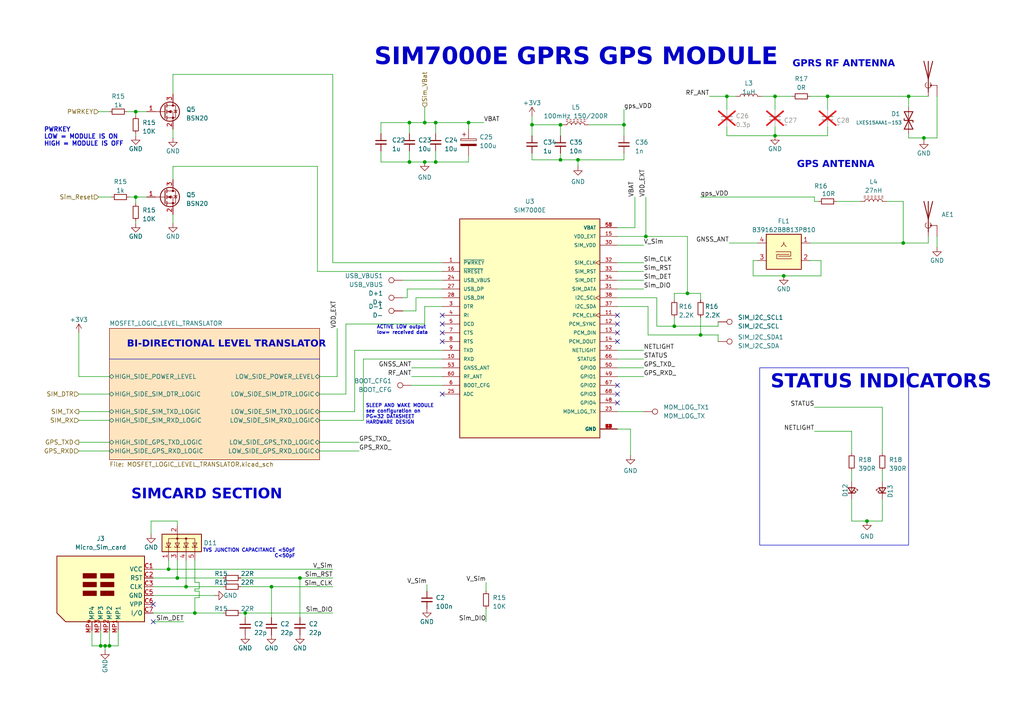
<source format=kicad_sch>
(kicad_sch (version 20230121) (generator eeschema)
  (paper "A4")
  (junction (at 29.21 187.325))
  (junction (at 118.745 46.99))
  (junction (at 203.2 97.155))
  (junction (at 240.03 27.94))
  (junction (at 86.995 167.64))
  (junction (at 71.12 177.8))
  (junction (at 210.82 27.94))
  (junction (at 51.435 167.64))
  (junction (at 224.79 27.94))
  (junction (at 48.895 165.1))
  (junction (at 162.56 36.195))
  (junction (at 267.97 40.005))
  (junction (at 123.19 35.56))
  (junction (at 135.89 35.56))
  (junction (at 251.46 151.13))
  (junction (at 162.56 46.355))
  (junction (at 123.19 46.99))
  (junction (at 187.325 68.58))
  (junction (at 126.365 46.99))
  (junction (at 126.365 35.56))
  (junction (at 30.48 187.325))
  (junction (at 53.975 170.18))
  (junction (at 118.745 35.56))
  (junction (at 167.64 46.355))
  (junction (at 227.33 80.01))
  (junction (at 224.79 39.37))
  (junction (at 199.39 85.09))
  (junction (at 263.525 27.94))
  (junction (at 154.305 36.195))
  (junction (at 39.37 57.15))
  (junction (at 39.37 32.385))
  (junction (at 31.75 187.325))
  (junction (at 78.74 170.18))
  (junction (at 195.58 94.615))
  (junction (at 56.515 177.8))
  (junction (at 180.975 36.195))
  (junction (at 261.9738 70.485))
  (no_connect (at 128.27 99.06))
  (no_connect (at 179.07 111.76))
  (no_connect (at 44.45 180.34))
  (no_connect (at 128.27 93.98))
  (no_connect (at 179.07 96.52))
  (no_connect (at 44.45 175.26))
  (no_connect (at 179.07 116.84))
  (no_connect (at 179.07 93.98))
  (no_connect (at 179.07 114.3))
  (no_connect (at 128.27 114.3))
  (no_connect (at 128.27 96.52))
  (no_connect (at 179.07 91.44))
  (no_connect (at 179.07 99.06))
  (no_connect (at 128.27 91.44))
  (wire (pts (xy 179.07 119.38) (xy 186.69 119.38)))
  (wire (pts (xy 179.07 106.68) (xy 186.69 106.68)))
  (wire (pts (xy 210.82 39.37) (xy 210.82 36.83)))
  (wire (pts (xy 22.86 114.3) (xy 31.75 114.3)))
  (wire (pts (xy 123.19 31.115) (xy 123.19 35.56)))
  (wire (pts (xy 51.435 167.64) (xy 64.77 167.64)))
  (wire (pts (xy 44.45 180.34) (xy 53.34 180.34)))
  (wire (pts (xy 167.64 46.355) (xy 180.975 46.355)))
  (wire (pts (xy 210.82 31.75) (xy 210.82 27.94)))
  (wire (pts (xy 92.71 128.27) (xy 104.14 128.27)))
  (wire (pts (xy 48.895 165.1) (xy 96.52 165.1)))
  (wire (pts (xy 39.37 64.77) (xy 39.37 64.135)))
  (wire (pts (xy 50.165 37.465) (xy 50.165 40.005)))
  (wire (pts (xy 195.58 92.075) (xy 195.58 94.615)))
  (wire (pts (xy 100.33 114.3) (xy 100.33 93.98)))
  (wire (pts (xy 123.19 46.99) (xy 126.365 46.99)))
  (wire (pts (xy 126.365 43.815) (xy 126.365 46.99)))
  (wire (pts (xy 92.075 78.74) (xy 92.075 48.26)))
  (wire (pts (xy 269.24 68.58) (xy 269.24 70.485)))
  (wire (pts (xy 51.435 151.13) (xy 51.435 152.4)))
  (wire (pts (xy 238.125 80.01) (xy 227.33 80.01)))
  (wire (pts (xy 102.87 101.6) (xy 102.87 119.38)))
  (wire (pts (xy 26.67 187.325) (xy 26.67 182.88)))
  (wire (pts (xy 154.305 36.195) (xy 154.305 39.37)))
  (wire (pts (xy 179.07 104.14) (xy 186.69 104.14)))
  (wire (pts (xy 187.325 68.58) (xy 199.39 68.58)))
  (wire (pts (xy 22.86 128.27) (xy 31.75 128.27)))
  (wire (pts (xy 203.2 92.075) (xy 203.2 97.155)))
  (wire (pts (xy 182.88 124.46) (xy 179.07 124.46)))
  (wire (pts (xy 50.165 62.23) (xy 50.165 64.77)))
  (wire (pts (xy 199.39 85.09) (xy 195.58 85.09)))
  (wire (pts (xy 97.79 109.22) (xy 92.71 109.22)))
  (wire (pts (xy 162.56 36.195) (xy 163.195 36.195)))
  (wire (pts (xy 44.45 167.64) (xy 51.435 167.64)))
  (wire (pts (xy 71.12 177.8) (xy 96.52 177.8)))
  (wire (pts (xy 203.2 57.15) (xy 236.22 57.15)))
  (wire (pts (xy 179.07 88.9) (xy 187.96 88.9)))
  (wire (pts (xy 57.785 171.45) (xy 57.785 173.355)))
  (wire (pts (xy 224.79 27.94) (xy 224.79 31.75)))
  (wire (pts (xy 179.07 78.74) (xy 186.69 78.74)))
  (wire (pts (xy 96.52 76.2) (xy 128.27 76.2)))
  (wire (pts (xy 56.515 170.815) (xy 57.785 170.815)))
  (wire (pts (xy 118.11 86.36) (xy 116.84 86.36)))
  (wire (pts (xy 271.78 68.58) (xy 271.78 71.755)))
  (wire (pts (xy 180.975 31.75) (xy 180.975 36.195)))
  (wire (pts (xy 50.165 48.26) (xy 50.165 52.07)))
  (wire (pts (xy 263.525 40.005) (xy 267.97 40.005)))
  (wire (pts (xy 34.29 182.88) (xy 34.29 187.325)))
  (wire (pts (xy 116.84 90.17) (xy 120.65 90.17)))
  (wire (pts (xy 179.07 81.28) (xy 186.69 81.28)))
  (wire (pts (xy 39.37 32.385) (xy 42.545 32.385)))
  (wire (pts (xy 48.895 165.1) (xy 48.895 162.56)))
  (wire (pts (xy 39.37 33.655) (xy 39.37 32.385)))
  (wire (pts (xy 234.95 75.565) (xy 238.125 75.565)))
  (wire (pts (xy 43.815 151.13) (xy 43.815 154.94)))
  (wire (pts (xy 57.785 168.91) (xy 57.785 170.815)))
  (wire (pts (xy 50.165 27.305) (xy 50.165 21.59)))
  (wire (pts (xy 44.45 165.1) (xy 48.895 165.1)))
  (wire (pts (xy 22.86 96.52) (xy 22.86 109.22)))
  (wire (pts (xy 29.21 187.325) (xy 30.48 187.325)))
  (wire (pts (xy 182.88 132.08) (xy 182.88 124.46)))
  (wire (pts (xy 236.22 118.11) (xy 255.905 118.11)))
  (wire (pts (xy 110.49 43.815) (xy 110.49 46.99)))
  (wire (pts (xy 56.515 171.45) (xy 57.785 171.45)))
  (wire (pts (xy 43.815 151.13) (xy 51.435 151.13)))
  (wire (pts (xy 140.97 176.53) (xy 140.97 180.34)))
  (wire (pts (xy 56.515 162.56) (xy 56.515 168.91)))
  (wire (pts (xy 234.95 27.94) (xy 240.03 27.94)))
  (wire (pts (xy 118.745 35.56) (xy 110.49 35.56)))
  (wire (pts (xy 123.19 93.98) (xy 123.19 88.9)))
  (wire (pts (xy 247.015 144.78) (xy 247.015 151.13)))
  (wire (pts (xy 208.28 93.345) (xy 208.28 94.615)))
  (wire (pts (xy 118.745 43.815) (xy 118.745 46.99)))
  (wire (pts (xy 227.33 80.01) (xy 218.44 80.01)))
  (wire (pts (xy 154.305 46.355) (xy 162.56 46.355)))
  (wire (pts (xy 263.525 27.94) (xy 269.24 27.94)))
  (wire (pts (xy 229.87 27.94) (xy 224.79 27.94)))
  (wire (pts (xy 36.83 32.385) (xy 39.37 32.385)))
  (wire (pts (xy 28.575 57.15) (xy 32.385 57.15)))
  (wire (pts (xy 119.38 106.68) (xy 128.27 106.68)))
  (wire (pts (xy 240.03 39.37) (xy 224.79 39.37)))
  (wire (pts (xy 251.46 151.13) (xy 255.905 151.13)))
  (wire (pts (xy 126.365 46.99) (xy 135.89 46.99)))
  (wire (pts (xy 110.49 46.99) (xy 118.745 46.99)))
  (wire (pts (xy 97.79 95.25) (xy 97.79 109.22)))
  (wire (pts (xy 135.89 35.56) (xy 140.335 35.56)))
  (wire (pts (xy 34.29 187.325) (xy 31.75 187.325)))
  (wire (pts (xy 203.2 85.09) (xy 199.39 85.09)))
  (wire (pts (xy 44.45 170.18) (xy 53.975 170.18)))
  (wire (pts (xy 190.5 86.36) (xy 190.5 94.615)))
  (wire (pts (xy 240.03 27.94) (xy 240.03 31.75)))
  (wire (pts (xy 237.49 58.42) (xy 236.22 58.42)))
  (wire (pts (xy 179.07 71.12) (xy 186.69 71.12)))
  (wire (pts (xy 22.86 109.22) (xy 31.75 109.22)))
  (wire (pts (xy 100.33 93.98) (xy 123.19 93.98)))
  (wire (pts (xy 218.44 80.01) (xy 218.44 75.565)))
  (wire (pts (xy 22.86 121.92) (xy 31.75 121.92)))
  (wire (pts (xy 92.71 130.81) (xy 104.14 130.81)))
  (wire (pts (xy 44.45 172.72) (xy 62.23 172.72)))
  (wire (pts (xy 78.74 170.18) (xy 96.52 170.18)))
  (wire (pts (xy 263.525 38.735) (xy 263.525 40.005)))
  (wire (pts (xy 261.9738 58.42) (xy 257.175 58.42)))
  (wire (pts (xy 179.07 109.22) (xy 186.69 109.22)))
  (wire (pts (xy 255.905 118.11) (xy 255.905 131.445)))
  (wire (pts (xy 187.96 97.155) (xy 203.2 97.155)))
  (wire (pts (xy 170.815 36.195) (xy 180.975 36.195)))
  (wire (pts (xy 184.15 57.15) (xy 184.15 66.04)))
  (wire (pts (xy 195.58 94.615) (xy 208.28 94.615)))
  (wire (pts (xy 128.27 101.6) (xy 102.87 101.6)))
  (wire (pts (xy 180.975 36.195) (xy 180.975 39.37)))
  (wire (pts (xy 135.89 46.99) (xy 135.89 45.085)))
  (wire (pts (xy 224.79 36.83) (xy 224.79 39.37)))
  (wire (pts (xy 218.44 75.565) (xy 219.71 75.565)))
  (wire (pts (xy 203.2 86.995) (xy 203.2 85.09)))
  (wire (pts (xy 247.015 151.13) (xy 251.46 151.13)))
  (wire (pts (xy 123.19 35.56) (xy 126.365 35.56)))
  (wire (pts (xy 69.85 167.64) (xy 86.995 167.64)))
  (wire (pts (xy 261.9738 70.485) (xy 269.24 70.485)))
  (wire (pts (xy 29.21 182.88) (xy 29.21 187.325)))
  (wire (pts (xy 208.28 99.06) (xy 208.28 97.155)))
  (wire (pts (xy 120.65 90.17) (xy 120.65 86.36)))
  (wire (pts (xy 86.995 179.07) (xy 86.995 167.64)))
  (wire (pts (xy 118.745 35.56) (xy 118.745 38.735)))
  (wire (pts (xy 247.015 136.525) (xy 247.015 139.7)))
  (wire (pts (xy 37.465 57.15) (xy 39.37 57.15)))
  (wire (pts (xy 126.365 35.56) (xy 126.365 38.735)))
  (wire (pts (xy 162.56 36.195) (xy 162.56 39.37)))
  (wire (pts (xy 195.58 85.09) (xy 195.58 86.995)))
  (wire (pts (xy 118.11 83.82) (xy 118.11 86.36)))
  (wire (pts (xy 179.07 76.2) (xy 186.69 76.2)))
  (wire (pts (xy 224.79 39.37) (xy 210.82 39.37)))
  (wire (pts (xy 118.745 46.99) (xy 123.19 46.99)))
  (wire (pts (xy 211.455 70.485) (xy 219.71 70.485)))
  (wire (pts (xy 102.87 119.38) (xy 92.71 119.38)))
  (wire (pts (xy 56.515 170.815) (xy 56.515 171.45)))
  (wire (pts (xy 240.03 27.94) (xy 263.525 27.94)))
  (wire (pts (xy 96.52 21.59) (xy 96.52 76.2)))
  (wire (pts (xy 187.96 88.9) (xy 187.96 97.155)))
  (wire (pts (xy 271.78 27.94) (xy 271.78 40.005)))
  (wire (pts (xy 203.2 97.155) (xy 208.28 97.155)))
  (wire (pts (xy 234.95 70.485) (xy 261.9738 70.485)))
  (wire (pts (xy 162.56 44.45) (xy 162.56 46.355)))
  (wire (pts (xy 116.84 81.28) (xy 128.27 81.28)))
  (wire (pts (xy 162.56 46.355) (xy 167.64 46.355)))
  (wire (pts (xy 78.74 179.07) (xy 78.74 170.18)))
  (wire (pts (xy 199.39 68.58) (xy 199.39 85.09)))
  (wire (pts (xy 135.89 35.56) (xy 126.365 35.56)))
  (wire (pts (xy 69.85 170.18) (xy 78.74 170.18)))
  (wire (pts (xy 56.515 177.8) (xy 64.77 177.8)))
  (wire (pts (xy 22.86 130.81) (xy 31.75 130.81)))
  (wire (pts (xy 119.38 111.76) (xy 128.27 111.76)))
  (wire (pts (xy 118.11 83.82) (xy 128.27 83.82)))
  (polyline (pts (xy 31.75 104.14) (xy 92.71 104.14)))
  (wire (pts (xy 247.015 125.095) (xy 247.015 131.445)))
  (wire (pts (xy 179.07 101.6) (xy 186.69 101.6)))
  (wire (pts (xy 128.27 78.74) (xy 92.075 78.74)))
  (wire (pts (xy 267.97 40.005) (xy 271.78 40.005)))
  (wire (pts (xy 44.45 177.8) (xy 56.515 177.8)))
  (wire (pts (xy 236.22 125.095) (xy 247.015 125.095)))
  (wire (pts (xy 240.03 36.83) (xy 240.03 39.37)))
  (wire (pts (xy 123.19 88.9) (xy 128.27 88.9)))
  (wire (pts (xy 56.515 168.91) (xy 57.785 168.91)))
  (wire (pts (xy 39.37 57.15) (xy 42.545 57.15)))
  (wire (pts (xy 154.305 44.45) (xy 154.305 46.355)))
  (wire (pts (xy 71.12 177.8) (xy 71.12 179.07)))
  (wire (pts (xy 31.75 182.88) (xy 31.75 187.325)))
  (wire (pts (xy 50.165 21.59) (xy 96.52 21.59)))
  (wire (pts (xy 140.97 168.91) (xy 140.97 171.45)))
  (wire (pts (xy 154.305 33.655) (xy 154.305 36.195)))
  (wire (pts (xy 179.07 66.04) (xy 184.15 66.04)))
  (wire (pts (xy 236.22 57.15) (xy 236.22 58.42)))
  (wire (pts (xy 224.79 27.94) (xy 220.98 27.94)))
  (wire (pts (xy 57.785 173.355) (xy 56.515 173.355)))
  (wire (pts (xy 261.9738 58.42) (xy 261.9738 70.485)))
  (wire (pts (xy 190.5 94.615) (xy 195.58 94.615)))
  (wire (pts (xy 167.64 46.355) (xy 167.64 48.26)))
  (wire (pts (xy 105.41 121.92) (xy 105.41 104.14)))
  (wire (pts (xy 39.37 39.37) (xy 39.37 38.735)))
  (wire (pts (xy 86.995 167.64) (xy 96.52 167.64)))
  (wire (pts (xy 119.38 109.22) (xy 128.27 109.22)))
  (wire (pts (xy 213.36 27.94) (xy 210.82 27.94)))
  (wire (pts (xy 179.07 86.36) (xy 190.5 86.36)))
  (wire (pts (xy 22.86 119.38) (xy 31.75 119.38)))
  (wire (pts (xy 179.07 68.58) (xy 187.325 68.58)))
  (wire (pts (xy 267.97 40.005) (xy 267.97 40.64)))
  (wire (pts (xy 56.515 173.355) (xy 56.515 177.8)))
  (wire (pts (xy 105.41 104.14) (xy 128.27 104.14)))
  (wire (pts (xy 154.305 36.195) (xy 162.56 36.195)))
  (wire (pts (xy 238.125 75.565) (xy 238.125 80.01)))
  (wire (pts (xy 120.65 86.36) (xy 128.27 86.36)))
  (wire (pts (xy 255.905 136.525) (xy 255.905 139.7)))
  (wire (pts (xy 28.575 32.385) (xy 31.75 32.385)))
  (wire (pts (xy 187.325 57.15) (xy 187.325 68.58)))
  (wire (pts (xy 69.85 177.8) (xy 71.12 177.8)))
  (wire (pts (xy 263.525 31.115) (xy 263.525 27.94)))
  (wire (pts (xy 92.075 48.26) (xy 50.165 48.26)))
  (wire (pts (xy 39.37 59.055) (xy 39.37 57.15)))
  (wire (pts (xy 205.74 27.94) (xy 210.82 27.94)))
  (wire (pts (xy 123.825 169.545) (xy 123.825 171.45)))
  (wire (pts (xy 179.07 83.82) (xy 186.69 83.82)))
  (wire (pts (xy 123.19 35.56) (xy 118.745 35.56)))
  (wire (pts (xy 30.48 187.325) (xy 31.75 187.325)))
  (wire (pts (xy 53.975 170.18) (xy 64.77 170.18)))
  (wire (pts (xy 92.71 114.3) (xy 100.33 114.3)))
  (wire (pts (xy 242.57 58.42) (xy 249.555 58.42)))
  (wire (pts (xy 135.89 37.465) (xy 135.89 35.56)))
  (wire (pts (xy 180.975 44.45) (xy 180.975 46.355)))
  (wire (pts (xy 30.48 188.595) (xy 30.48 187.325)))
  (wire (pts (xy 51.435 167.64) (xy 51.435 162.56)))
  (wire (pts (xy 29.21 187.325) (xy 26.67 187.325)))
  (wire (pts (xy 110.49 35.56) (xy 110.49 38.735)))
  (wire (pts (xy 53.975 162.56) (xy 53.975 170.18)))
  (wire (pts (xy 255.905 144.78) (xy 255.905 151.13)))
  (wire (pts (xy 92.71 121.92) (xy 105.41 121.92)))
  (rectangle (start 220.345 106.68) (end 263.525 158.115))
  (text "GPS ANTENNA" (at 231.14 49.53 0) (effects (font (size 2 2) (thickness 0.4) bold) (justify left bottom)))
  (text "SLEEP AND WAKE MODULE\nsee configuration on\nPG=32 DATASHEET\nHARDWARE DESIGN" (at 106.045 123.19 0) (effects (font (size 1 1) bold) (justify left bottom)))
  (text "STATUS INDICATORS" (at 223.52 114.3 0) (effects (font (size 4 4) (thickness 0.4) bold) (justify left bottom)))
  (text "TVS JUNCTION CAPACITANCE <50pF\nC<50pF" (at 85.725 161.925 0) (effects (font (size 1 1) bold) (justify right bottom)))
  (text "ACTIVE LOW output\nlow= received data" (at 109.22 97.155 0) (effects (font (size 1 1) bold) (justify left bottom)))
  (text "SIMCARD SECTION" (at 38.1 146.05 0) (effects (font (size 3 3) (thickness 0.6) bold) (justify left bottom)))
  (text "PWRKEY\nLOW = MODULE IS ON\nHIGH = MODULE IS OFF" (at 12.7 42.545 0) (effects (font (size 1.27 1.27) bold) (justify left bottom)))
  (text "BI-DIRECTIONAL LEVEL TRANSLATOR \n" (at 36.83 101.6 0) (effects (font (size 2 2) bold) (justify left bottom)))
  (text "GPRS RF ANTENNA" (at 229.87 20.32 0) (effects (font (size 2 2) (thickness 0.4) bold) (justify left bottom)))
  (text "SIM7000E GPRS GPS MODULE" (at 108.585 20.955 0) (effects (font (size 5 5) bold) (justify left bottom)))
  (label "Sim_DET" (at 186.69 81.28 0))
  (label "V_Sim" (at 186.69 71.12 0))
  (label "STATUS" (at 236.22 118.11 180))
  (label "Sim_CLK" (at 96.52 170.18 180))
  (label "Sim_RST" (at 186.69 78.74 0))
  (label "GPS_TXD_" (at 104.14 128.27 0) (effects (font (size 1.2446 1.2446))))
  (label "NETLIGHT" (at 186.69 101.6 0))
  (label "STATUS" (at 186.69 104.14 0))
  (label "GNSS_ANT" (at 119.38 106.68 180))
  (label "RF_ANT" (at 205.74 27.94 180))
  (label "GPS_RXD_" (at 104.14 130.81 0) (effects (font (size 1.2446 1.2446))))
  (label "VDD_EXT" (at 97.79 95.25 90))
  (label "V_Sim" (at 140.97 168.91 180))
  (label "GPS_RXD_" (at 186.69 109.22 0) (effects (font (size 1.2446 1.2446))))
  (label "Sim_DIO" (at 96.52 177.8 180))
  (label "Sim_DIO" (at 186.69 83.82 0))
  (label "VBAT" (at 184.15 57.15 90))
  (label "GPS_TXD_" (at 186.69 106.68 0) (effects (font (size 1.2446 1.2446))))
  (label "Sim_CLK" (at 186.69 76.2 0))
  (label "Sim_DIO" (at 140.97 180.34 180))
  (label "VBAT" (at 140.335 35.56 0))
  (label "VDD_EXT" (at 187.325 57.15 90))
  (label "gps_VDD" (at 203.2 57.15 0))
  (label "RF_ANT" (at 119.38 109.22 180))
  (label "Sim_DET" (at 53.34 180.34 180))
  (label "gps_VDD" (at 180.975 31.75 0))
  (label "NETLIGHT" (at 236.22 125.095 180))
  (label "V_Sim" (at 96.52 165.1 180))
  (label "V_Sim" (at 123.825 169.545 180))
  (label "Sim_RST" (at 96.52 167.64 180))
  (label "GNSS_ANT" (at 211.455 70.485 180))
  (hierarchical_label "SIM_DTR" (shape input) (at 22.86 114.3 180))
  (hierarchical_label "SIM_RX" (shape input) (at 22.86 121.92 180))
  (hierarchical_label "GPS_RXD" (shape input) (at 22.86 130.81 180))
  (hierarchical_label "SIM_TX" (shape output) (at 22.86 119.38 180))
  (hierarchical_label "Sim_VBat" (shape input) (at 123.19 31.115 90))
  (hierarchical_label "GPS_TXD" (shape output) (at 22.86 128.27 180))
  (hierarchical_label "Sim_Reset" (shape input) (at 28.575 57.15 180))
  (hierarchical_label "PWRKEY" (shape input) (at 28.575 32.385 180))
  (symbol (lib_id "Device:L_Ferrite") (at 253.365 58.42 90) (unit 1)
    (property "Reference" "L4" (at 253.365 52.705 90))
    (property "Value" "27nH" (at 253.365 55.245 90))
    (property "Footprint" "Inductor_SMD:L_0402_1005Metric" (effects hide))
    (instances (project "GSM_module_v3" (path "" (reference "L4") (unit 1))) (project "BIM_PCB" (path "" (reference "L4") (unit 1))) (project "ELIESTER_V2" (path "" (reference "L14") (unit 1))))
  )
  (symbol (lib_id "Device:C_Polarized") (at 135.89 41.275 0) (unit 1)
    (property "Reference" "C25" (at 139.065 39.751 0) (effects (justify left)))
    (property "Value" "100u" (at 139.065 42.291 0) (effects (justify left)))
    (property "Footprint" "Capacitor_Tantalum_SMD:CP_EIA-3216-18_Kemet-A" (effects hide))
    (property "MPN" "TLJA107M006R0800" (effects hide))
    (instances (project "GSM_module_v3" (path "" (reference "C25") (unit 1))) (project "BIM_PCB" (path "" (reference "C20") (unit 1))) (project "ELIESTER_V2" (path "" (reference "C84") (unit 1))))
  )
  (symbol (lib_id "Device:C_Small") (at 180.975 41.91 0) (unit 1)
    (property "Reference" "C36" (at 184.15 41.2813 0) (effects (justify left)))
    (property "Value" "1n" (at 184.15 43.8213 0) (effects (justify left)))
    (property "Footprint" "Capacitor_SMD:C_0402_1005Metric" (effects hide))
    (instances (project "GSM_module_v3" (path "" (reference "C36") (unit 1))) (project "proxy_obdII_logger_hardware" (path "" (reference "C23") (unit 1))) (project "Weather_Station_Project" (path "" (reference "C23") (unit 1))) (project "BIM_PCB" (path "" (reference "C23") (unit 1))) (project "ELIESTER_V2" (path "" (reference "C?") (unit 1)) (path "" (reference "C92") (unit 1))))
  )
  (symbol (lib_id "power:GND") (at 39.37 64.77 0) (unit 1)
    (property "Reference" "#PWR031" (effects hide))
    (property "Value" "GND" (at 39.37 68.58 0))
    (instances (project "SIM7000G_GPS_GPRS_MODULE" (path "" (reference "#PWR031") (unit 1))) (project "GSM_module_v3" (path "" (reference "#PWR026") (unit 1))) (project "proxy_obdII_logger_hardware" (path "" (reference "#PWR031") (unit 1))) (project "Weather_Station_Project" (path "" (reference "#PWR04") (unit 1))) (project "BIM_PCB" (path "" (reference "#PWR028") (unit 1))) (project "SIM_Module_Interface" (path "" (reference "#PWR031") (unit 1))) (project "ELIESTER_V2" (path "" (reference "#PWR0151") (unit 1))))
  )
  (symbol (lib_id "Device:LED_Small") (at 247.015 142.24 270) (mirror x) (unit 1)
    (property "Reference" "D12" (at 245.11 142.24 0))
    (property "Value" "ORANGE" (effects hide))
    (property "Footprint" "LED_SMD:LED_0603_1608Metric" (effects hide))
    (instances (project "SIM7000G_GPS_GPRS_MODULE" (path "" (reference "D12") (unit 1))) (project "GSM_module_v3" (path "" (reference "D7") (unit 1))) (project "proxy_obdII_logger_hardware" (path "" (reference "D12") (unit 1))) (project "Weather_Station_Project" (path "" (reference "D3") (unit 1))) (project "BIM_PCB" (path "" (reference "D4") (unit 1))) (project "SIM_Module_Interface" (path "" (reference "D12") (unit 1))) (project "ELIESTER_V2" (path "" (reference "D20") (unit 1))))
  )
  (symbol (lib_id "Connector:TestPoint") (at 208.28 99.06 270) (unit 1)
    (property "Reference" "SIM_I2C_SDA1" (at 213.995 97.79 90) (effects (justify left)))
    (property "Value" "SIM_I2C_SDA" (at 213.995 100.33 90) (effects (justify left)))
    (property "Footprint" "TestPoint:TestPoint_Pad_D1.0mm" (effects hide))
  )
  (symbol (lib_id "Device:C_Small") (at 154.305 41.91 0) (unit 1)
    (property "Reference" "C34" (at 157.48 41.2813 0) (effects (justify left)))
    (property "Value" "1u" (at 157.48 43.8213 0) (effects (justify left)))
    (property "Footprint" "Capacitor_SMD:C_0402_1005Metric" (effects hide))
    (instances (project "GSM_module_v3" (path "" (reference "C34") (unit 1))) (project "proxy_obdII_logger_hardware" (path "" (reference "C23") (unit 1))) (project "Weather_Station_Project" (path "" (reference "C23") (unit 1))) (project "BIM_PCB" (path "" (reference "C21") (unit 1))) (project "ELIESTER_V2" (path "" (reference "C?") (unit 1)) (path "" (reference "C90") (unit 1))))
  )
  (symbol (lib_id "Connector:TestPoint") (at 119.38 111.76 90) (mirror x) (unit 1)
    (property "Reference" "BOOT_CFG1" (at 113.665 110.49 90) (effects (justify left)))
    (property "Value" "BOOT_CFG" (at 113.665 113.03 90) (effects (justify left)))
    (property "Footprint" "TestPoint:TestPoint_Pad_D1.0mm" (effects hide))
  )
  (symbol (lib_id "power:GND") (at 62.23 172.72 90) (unit 1)
    (property "Reference" "#PWR033" (effects hide))
    (property "Value" "GND" (at 64.77 172.72 90) (effects (justify right)))
    (instances (project "SIM7000G_GPS_GPRS_MODULE" (path "" (reference "#PWR033") (unit 1))) (project "GSM_module_v3" (path "" (reference "#PWR030") (unit 1))) (project "proxy_obdII_logger_hardware" (path "" (reference "#PWR033") (unit 1))) (project "Weather_Station_Project" (path "" (reference "#PWR054") (unit 1))) (project "BIM_PCB" (path "" (reference "#PWR048") (unit 1))) (project "SIM_Module_Interface" (path "" (reference "#PWR033") (unit 1))) (project "ELIESTER_V2" (path "" (reference "#PWR0161") (unit 1))))
  )
  (symbol (lib_id "Device:R_Small") (at 240.03 58.42 270) (unit 1)
    (property "Reference" "R16" (at 240.03 53.975 90) (effects (justify right)))
    (property "Value" "10R" (at 242.2525 56.1975 90) (effects (justify right)))
    (property "Footprint" "Resistor_SMD:R_0402_1005Metric" (effects hide))
    (instances (project "SIM7000G_GPS_GPRS_MODULE" (path "" (reference "R16") (unit 1))) (project "GSM_module_v3" (path "" (reference "R20") (unit 1))) (project "proxy_obdII_logger_hardware" (path "" (reference "R16") (unit 1))) (project "Weather_Station_Project" (path "" (reference "R23") (unit 1))) (project "BIM_PCB" (path "" (reference "R21") (unit 1))) (project "SIM_Module_Interface" (path "" (reference "R16") (unit 1))) (project "ELIESTER_V2" (path "" (reference "R64") (unit 1))))
  )
  (symbol (lib_id "Device:R_Small") (at 195.58 89.535 180) (unit 1)
    (property "Reference" "R16" (at 196.85 88.9 0) (effects (justify right)))
    (property "Value" "2.2K" (at 196.85 91.44 0) (effects (justify right)))
    (property "Footprint" "Resistor_SMD:R_0603_1608Metric" (effects hide))
    (instances (project "SIM7000G_GPS_GPRS_MODULE" (path "" (reference "R16") (unit 1))) (project "GSM_module_v3" (path "" (reference "R17") (unit 1))) (project "proxy_obdII_logger_hardware" (path "" (reference "R16") (unit 1))) (project "Weather_Station_Project" (path "" (reference "R23") (unit 1))) (project "BIM_PCB" (path "" (reference "R23") (unit 1))) (project "SIM_Module_Interface" (path "" (reference "R16") (unit 1))) (project "ELIESTER_V2" (path "" (reference "R62") (unit 1))))
  )
  (symbol (lib_id "Device:C_Small") (at 123.825 173.99 0) (mirror y) (unit 1)
    (property "Reference" "C2" (at 126.365 173.3613 0) (effects (justify right)))
    (property "Value" "100n" (at 126.365 175.9013 0) (effects (justify right)))
    (property "Footprint" "Capacitor_SMD:C_0402_1005Metric" (effects hide))
    (instances (project "SIM7000G_GPS_GPRS_MODULE" (path "" (reference "C2") (unit 1))) (project "GSM_module_v3" (path "" (reference "C21") (unit 1))) (project "Weather_Station_Project" (path "" (reference "C2") (unit 1))) (project "BIM_PCB" (path "" (reference "C26") (unit 1))) (project "ELIESTER_V2" (path "" (reference "C86") (unit 1))))
  )
  (symbol (lib_id "Device:Antenna_Shield") (at 269.24 22.86 0) (unit 1)
    (property "Reference" "AE2" (effects hide))
    (property "Value" "Antenna_Shield" (effects hide))
    (property "Footprint" "Lib:CONN_2337019-1" (effects hide))
    (instances (project "SIM7000G_GPS_GPRS_MODULE" (path "" (reference "AE2") (unit 1))) (project "GSM_module_v3" (path "" (reference "AE1") (unit 1))) (project "proxy_obdII_logger_hardware" (path "" (reference "AE2") (unit 1))) (project "Weather_Station_Project" (path "" (reference "AE1") (unit 1))) (project "BIM_PCB" (path "" (reference "AE1") (unit 1))) (project "SIM_Module_Interface" (path "" (reference "AE2") (unit 1))) (project "ELIESTER_V2" (path "" (reference "AE1") (unit 1))))
  )
  (symbol (lib_id "Device:C_Small") (at 240.03 34.29 180) (unit 1) (dnp yes)
    (property "Reference" "C28" (at 242.57 34.9186 0) (effects (justify right)))
    (property "Value" "~" (at 242.57 36.1886 0) (effects (justify right)))
    (property "Footprint" "Capacitor_SMD:C_0402_1005Metric" (effects hide))
    (instances (project "GSM_module_v3" (path "" (reference "C28") (unit 1))) (project "proxy_obdII_logger_hardware" (path "" (reference "C23") (unit 1))) (project "Weather_Station_Project" (path "" (reference "C23") (unit 1))) (project "BIM_PCB" (path "" (reference "C16") (unit 1))) (project "ELIESTER_V2" (path "" (reference "C?") (unit 1)) (path "" (reference "C92") (unit 1))))
  )
  (symbol (lib_id "Power_Protection:SP0504BAHT") (at 51.435 157.48 0) (mirror x) (unit 1)
    (property "Reference" "D11" (at 59.055 157.48 0) (effects (justify left)))
    (property "Value" "SP0504BAHT" (effects hide))
    (property "Footprint" "Package_TO_SOT_SMD:SOT-23-5" (effects hide))
    (property "Datasheet" "http://www.littelfuse.com/~/media/files/littelfuse/technical%20resources/documents/data%20sheets/sp05xxba.pdf" (effects hide))
    (instances (project "SIM7000G_GPS_GPRS_MODULE" (path "" (reference "D11") (unit 1))) (project "GSM_module_v3" (path "" (reference "D6") (unit 1))) (project "proxy_obdII_logger_hardware" (path "" (reference "D11") (unit 1))) (project "Weather_Station_Project" (path "" (reference "D7") (unit 1))) (project "BIM_PCB" (path "" (reference "D6") (unit 1))) (project "SIM_Module_Interface" (path "" (reference "D11") (unit 1))) (project "ELIESTER_V2" (path "" (reference "D21") (unit 1))))
  )
  (symbol (lib_id "Device:R_Small") (at 34.29 32.385 90) (unit 1)
    (property "Reference" "R15" (at 34.29 27.94 90))
    (property "Value" "1k" (at 34.29 30.48 90))
    (property "Footprint" "Resistor_SMD:R_0402_1005Metric" (effects hide))
    (instances (project "SIM7000G_GPS_GPRS_MODULE" (path "" (reference "R15") (unit 1))) (project "GSM_module_v3" (path "" (reference "R9") (unit 1))) (project "proxy_obdII_logger_hardware" (path "" (reference "R15") (unit 1))) (project "Weather_Station_Project" (path "" (reference "R15") (unit 1))) (project "BIM_PCB" (path "" (reference "R20") (unit 1))) (project "SIM_Module_Interface" (path "" (reference "R15") (unit 1))) (project "ELIESTER_V2" (path "" (reference "R60") (unit 1))))
  )
  (symbol (lib_id "power:GND") (at 86.995 184.15 0) (unit 1)
    (property "Reference" "#PWR032" (effects hide))
    (property "Value" "GND" (at 86.995 187.96 0))
    (instances (project "SIM7000G_GPS_GPRS_MODULE" (path "" (reference "#PWR032") (unit 1))) (project "GSM_module_v3" (path "" (reference "#PWR033") (unit 1))) (project "proxy_obdII_logger_hardware" (path "" (reference "#PWR032") (unit 1))) (project "Weather_Station_Project" (path "" (reference "#PWR053") (unit 1))) (project "BIM_PCB" (path "" (reference "#PWR052") (unit 1))) (project "SIM_Module_Interface" (path "" (reference "#PWR032") (unit 1))) (project "ELIESTER_V2" (path "" (reference "#PWR0134") (unit 1))))
  )
  (symbol (lib_id "Connector:TestPoint") (at 186.69 119.38 270) (unit 1)
    (property "Reference" "MDM_LOG_TX1" (at 192.405 118.11 90) (effects (justify left)))
    (property "Value" "MDM_LOG_TX" (at 192.405 120.65 90) (effects (justify left)))
    (property "Footprint" "TestPoint:TestPoint_Pad_D1.0mm" (effects hide))
  )
  (symbol (lib_id "power:GND") (at 30.48 188.595 0) (unit 1)
    (property "Reference" "#PWR033" (effects hide))
    (property "Value" "GND" (at 30.48 191.135 90) (effects (justify right)))
    (instances (project "SIM7000G_GPS_GPRS_MODULE" (path "" (reference "#PWR033") (unit 1))) (project "GSM_module_v3" (path "" (reference "#PWR057") (unit 1))) (project "proxy_obdII_logger_hardware" (path "" (reference "#PWR033") (unit 1))) (project "Weather_Station_Project" (path "" (reference "#PWR054") (unit 1))) (project "BIM_PCB" (path "" (reference "#PWR048") (unit 1))) (project "SIM_Module_Interface" (path "" (reference "#PWR033") (unit 1))) (project "ELIESTER_V2" (path "" (reference "#PWR0161") (unit 1))))
  )
  (symbol (lib_id "Connector:TestPoint") (at 116.84 90.17 90) (mirror x) (unit 1)
    (property "Reference" "D-1" (at 111.125 88.9 90) (effects (justify left)))
    (property "Value" "D-" (at 111.125 91.44 90) (effects (justify left)))
    (property "Footprint" "TestPoint:TestPoint_Pad_D1.0mm" (effects hide))
  )
  (symbol (lib_id "Device:R_Small") (at 247.015 133.985 0) (mirror y) (unit 1)
    (property "Reference" "R18" (at 248.92 133.35 0) (effects (justify right)))
    (property "Value" "390R" (at 248.92 135.89 0) (effects (justify right)))
    (property "Footprint" "Resistor_SMD:R_0402_1005Metric" (effects hide))
    (instances (project "SIM7000G_GPS_GPRS_MODULE" (path "" (reference "R18") (unit 1))) (project "GSM_module_v3" (path "" (reference "R21") (unit 1))) (project "proxy_obdII_logger_hardware" (path "" (reference "R18") (unit 1))) (project "Weather_Station_Project" (path "" (reference "R31") (unit 1))) (project "BIM_PCB" (path "" (reference "R25") (unit 1))) (project "SIM_Module_Interface" (path "" (reference "R18") (unit 1))) (project "ELIESTER_V2" (path "" (reference "R65") (unit 1))))
  )
  (symbol (lib_id "Connector:TestPoint") (at 116.84 86.36 90) (mirror x) (unit 1)
    (property "Reference" "D+1" (at 111.125 85.09 90) (effects (justify left)))
    (property "Value" "D+" (at 111.125 87.63 90) (effects (justify left)))
    (property "Footprint" "TestPoint:TestPoint_Pad_D1.0mm" (effects hide))
  )
  (symbol (lib_id "power:GND") (at 123.19 46.99 0) (unit 1)
    (property "Reference" "#PWR035" (effects hide))
    (property "Value" "GND" (at 123.19 51.435 0))
    (instances (project "GSM_module_v3" (path "" (reference "#PWR035") (unit 1))) (project "BIM_PCB" (path "" (reference "#PWR032") (unit 1))) (project "ELIESTER_V2" (path "" (reference "#PWR0140") (unit 1))))
  )
  (symbol (lib_id "Connector:TestPoint") (at 116.84 81.28 90) (mirror x) (unit 1)
    (property "Reference" "USB_VBUS1" (at 111.125 80.01 90) (effects (justify left)))
    (property "Value" "USB_VBUS" (at 111.125 82.55 90) (effects (justify left)))
    (property "Footprint" "TestPoint:TestPoint_Pad_D1.0mm" (effects hide))
  )
  (symbol (lib_id "Device:Antenna_Shield") (at 269.24 63.5 0) (unit 1)
    (property "Reference" "AE1" (at 273.05 62.23 0) (effects (justify left)))
    (property "Value" "Antenna_Shield" (effects hide))
    (property "Footprint" "Lib:CONN_2337019-1" (effects hide))
    (instances (project "SIM7000G_GPS_GPRS_MODULE" (path "" (reference "AE1") (unit 1))) (project "GSM_module_v3" (path "" (reference "AE2") (unit 1))) (project "proxy_obdII_logger_hardware" (path "" (reference "AE1") (unit 1))) (project "Weather_Station_Project" (path "" (reference "AE2") (unit 1))) (project "BIM_PCB" (path "" (reference "AE2") (unit 1))) (project "SIM_Module_Interface" (path "" (reference "AE1") (unit 1))) (project "ELIESTER_V2" (path "" (reference "AE2") (unit 1))))
  )
  (symbol (lib_id "Transistor_FET:BSN20") (at 47.625 32.385 0) (unit 1)
    (property "Reference" "Q5" (at 53.975 31.75 0) (effects (justify left)))
    (property "Value" "BSN20" (at 53.975 34.29 0) (effects (justify left)))
    (property "Footprint" "Package_TO_SOT_SMD:SOT-23" (effects hide))
    (property "Datasheet" "http://www.diodes.com/assets/Datasheets/ds31898.pdf" (effects hide))
    (instances (project "SIM7000G_GPS_GPRS_MODULE" (path "" (reference "Q5") (unit 1))) (project "GSM_module_v3" (path "" (reference "Q2") (unit 1))) (project "proxy_obdII_logger_hardware" (path "" (reference "Q5") (unit 1))) (project "Weather_Station_Project" (path "" (reference "Q5") (unit 1))) (project "BIM_PCB" (path "" (reference "Q5") (unit 1))) (project "SIM_Module_Interface" (path "" (reference "Q5") (unit 1))) (project "ELIESTER_V2" (path "" (reference "Q8") (unit 1))))
  )
  (symbol (lib_id "Device:C_Small") (at 78.74 181.61 0) (mirror y) (unit 1)
    (property "Reference" "C2" (at 81.28 180.9813 0) (effects (justify right)))
    (property "Value" "22p" (at 81.28 183.5213 0) (effects (justify right)))
    (property "Footprint" "Capacitor_SMD:C_0402_1005Metric" (effects hide))
    (instances (project "SIM7000G_GPS_GPRS_MODULE" (path "" (reference "C2") (unit 1))) (project "GSM_module_v3" (path "" (reference "C19") (unit 1))) (project "Weather_Station_Project" (path "" (reference "C2") (unit 1))) (project "BIM_PCB" (path "" (reference "C28") (unit 1))) (project "ELIESTER_V2" (path "" (reference "C88") (unit 1))))
  )
  (symbol (lib_id "power:GND") (at 267.97 40.64 0) (unit 1)
    (property "Reference" "#PWR039" (effects hide))
    (property "Value" "GND" (at 267.97 44.45 0))
    (instances (project "SIM7000G_GPS_GPRS_MODULE" (path "" (reference "#PWR039") (unit 1))) (project "GSM_module_v3" (path "" (reference "#PWR040") (unit 1))) (project "proxy_obdII_logger_hardware" (path "" (reference "#PWR039") (unit 1))) (project "Weather_Station_Project" (path "" (reference "#PWR03") (unit 1))) (project "BIM_PCB" (path "" (reference "#PWR031") (unit 1))) (project "SIM_Module_Interface" (path "" (reference "#PWR039") (unit 1))) (project "ELIESTER_V2" (path "" (reference "#PWR081") (unit 1))))
  )
  (symbol (lib_id "Device:C_Small") (at 71.12 181.61 0) (mirror y) (unit 1)
    (property "Reference" "C2" (at 73.66 180.9813 0) (effects (justify right)))
    (property "Value" "22p" (at 73.66 183.5213 0) (effects (justify right)))
    (property "Footprint" "Capacitor_SMD:C_0402_1005Metric" (effects hide))
    (instances (project "SIM7000G_GPS_GPRS_MODULE" (path "" (reference "C2") (unit 1))) (project "GSM_module_v3" (path "" (reference "C18") (unit 1))) (project "Weather_Station_Project" (path "" (reference "C2") (unit 1))) (project "BIM_PCB" (path "" (reference "C27") (unit 1))) (project "ELIESTER_V2" (path "" (reference "C87") (unit 1))))
  )
  (symbol (lib_id "power:GND") (at 78.74 184.15 0) (unit 1)
    (property "Reference" "#PWR032" (effects hide))
    (property "Value" "GND" (at 78.74 187.96 0))
    (instances (project "SIM7000G_GPS_GPRS_MODULE" (path "" (reference "#PWR032") (unit 1))) (project "GSM_module_v3" (path "" (reference "#PWR032") (unit 1))) (project "proxy_obdII_logger_hardware" (path "" (reference "#PWR032") (unit 1))) (project "Weather_Station_Project" (path "" (reference "#PWR053") (unit 1))) (project "BIM_PCB" (path "" (reference "#PWR051") (unit 1))) (project "SIM_Module_Interface" (path "" (reference "#PWR032") (unit 1))) (project "ELIESTER_V2" (path "" (reference "#PWR0133") (unit 1))))
  )
  (symbol (lib_id "Device:R_Small") (at 67.31 167.64 270) (unit 1)
    (property "Reference" "R15" (at 64.135 166.37 90))
    (property "Value" "22R" (at 71.755 166.37 90))
    (property "Footprint" "Resistor_SMD:R_0402_1005Metric" (effects hide))
    (instances (project "SIM7000G_GPS_GPRS_MODULE" (path "" (reference "R15") (unit 1))) (project "GSM_module_v3" (path "" (reference "R13") (unit 1))) (project "proxy_obdII_logger_hardware" (path "" (reference "R15") (unit 1))) (project "Weather_Station_Project" (path "" (reference "R35") (unit 1))) (project "BIM_PCB" (path "" (reference "R27") (unit 1))) (project "SIM_Module_Interface" (path "" (reference "R15") (unit 1))) (project "ELIESTER_V2" (path "" (reference "R70") (unit 1))))
  )
  (symbol (lib_id "Device:R_Small") (at 67.31 177.8 270) (unit 1)
    (property "Reference" "R15" (at 64.135 176.53 90))
    (property "Value" "22R" (at 71.755 176.53 90))
    (property "Footprint" "Resistor_SMD:R_0402_1005Metric" (effects hide))
    (instances (project "SIM7000G_GPS_GPRS_MODULE" (path "" (reference "R15") (unit 1))) (project "GSM_module_v3" (path "" (reference "R15") (unit 1))) (project "proxy_obdII_logger_hardware" (path "" (reference "R15") (unit 1))) (project "Weather_Station_Project" (path "" (reference "R35") (unit 1))) (project "BIM_PCB" (path "" (reference "R30") (unit 1))) (project "SIM_Module_Interface" (path "" (reference "R15") (unit 1))) (project "ELIESTER_V2" (path "" (reference "R73") (unit 1))))
  )
  (symbol (lib_id "Device:R_Small") (at 39.37 36.195 180) (unit 1)
    (property "Reference" "R15" (at 41.275 35.56 0) (effects (justify right)))
    (property "Value" "10K" (at 41.275 38.1 0) (effects (justify right)))
    (property "Footprint" "Resistor_SMD:R_0402_1005Metric" (effects hide))
    (instances (project "SIM7000G_GPS_GPRS_MODULE" (path "" (reference "R15") (unit 1))) (project "GSM_module_v3" (path "" (reference "R11") (unit 1))) (project "proxy_obdII_logger_hardware" (path "" (reference "R15") (unit 1))) (project "Weather_Station_Project" (path "" (reference "R16") (unit 1))) (project "BIM_PCB" (path "" (reference "R22") (unit 1))) (project "SIM_Module_Interface" (path "" (reference "R15") (unit 1))) (project "ELIESTER_V2" (path "" (reference "R61") (unit 1))))
  )
  (symbol (lib_id "Device:C_Small") (at 210.82 34.29 180) (unit 1) (dnp yes)
    (property "Reference" "C26" (at 213.36 33.6486 0) (effects (justify right)))
    (property "Value" "0.3p" (at 213.36 36.1886 0) (effects (justify right)))
    (property "Footprint" "Capacitor_SMD:C_0402_1005Metric" (effects hide))
    (instances (project "GSM_module_v3" (path "" (reference "C26") (unit 1))) (project "proxy_obdII_logger_hardware" (path "" (reference "C23") (unit 1))) (project "Weather_Station_Project" (path "" (reference "C23") (unit 1))) (project "BIM_PCB" (path "" (reference "C14") (unit 1))) (project "ELIESTER_V2" (path "" (reference "C?") (unit 1)) (path "" (reference "C92") (unit 1))))
  )
  (symbol (lib_id "Device:R_Small") (at 34.925 57.15 90) (unit 1)
    (property "Reference" "R15" (at 34.925 52.705 90))
    (property "Value" "1k" (at 34.925 55.245 90))
    (property "Footprint" "Resistor_SMD:R_0402_1005Metric" (effects hide))
    (instances (project "SIM7000G_GPS_GPRS_MODULE" (path "" (reference "R15") (unit 1))) (project "GSM_module_v3" (path "" (reference "R10") (unit 1))) (project "proxy_obdII_logger_hardware" (path "" (reference "R15") (unit 1))) (project "Weather_Station_Project" (path "" (reference "R6") (unit 1))) (project "BIM_PCB" (path "" (reference "R17") (unit 1))) (project "SIM_Module_Interface" (path "" (reference "R15") (unit 1))) (project "ELIESTER_V2" (path "" (reference "R58") (unit 1))))
  )
  (symbol (lib_id "power:GND") (at 71.12 184.15 0) (unit 1)
    (property "Reference" "#PWR032" (effects hide))
    (property "Value" "GND" (at 71.12 187.96 0))
    (instances (project "SIM7000G_GPS_GPRS_MODULE" (path "" (reference "#PWR032") (unit 1))) (project "GSM_module_v3" (path "" (reference "#PWR031") (unit 1))) (project "proxy_obdII_logger_hardware" (path "" (reference "#PWR032") (unit 1))) (project "Weather_Station_Project" (path "" (reference "#PWR053") (unit 1))) (project "BIM_PCB" (path "" (reference "#PWR050") (unit 1))) (project "SIM_Module_Interface" (path "" (reference "#PWR032") (unit 1))) (project "ELIESTER_V2" (path "" (reference "#PWR0132") (unit 1))))
  )
  (symbol (lib_id "Device:C_Small") (at 224.79 34.29 180) (unit 1) (dnp yes)
    (property "Reference" "C27" (at 227.33 34.9186 0) (effects (justify right)))
    (property "Value" "~" (at 227.33 36.1886 0) (effects (justify right)))
    (property "Footprint" "Capacitor_SMD:C_0402_1005Metric" (effects hide))
    (instances (project "GSM_module_v3" (path "" (reference "C27") (unit 1))) (project "proxy_obdII_logger_hardware" (path "" (reference "C23") (unit 1))) (project "Weather_Station_Project" (path "" (reference "C23") (unit 1))) (project "BIM_PCB" (path "" (reference "C15") (unit 1))) (project "ELIESTER_V2" (path "" (reference "C?") (unit 1)) (path "" (reference "C92") (unit 1))))
  )
  (symbol (lib_id "Device:R_Small") (at 140.97 173.99 180) (unit 1)
    (property "Reference" "R15" (at 142.875 173.355 0) (effects (justify right)))
    (property "Value" "10K" (at 142.875 175.895 0) (effects (justify right)))
    (property "Footprint" "Resistor_SMD:R_0402_1005Metric" (effects hide))
    (instances (project "SIM7000G_GPS_GPRS_MODULE" (path "" (reference "R15") (unit 1))) (project "GSM_module_v3" (path "" (reference "R16") (unit 1))) (project "proxy_obdII_logger_hardware" (path "" (reference "R15") (unit 1))) (project "Weather_Station_Project" (path "" (reference "R35") (unit 1))) (project "BIM_PCB" (path "" (reference "R29") (unit 1))) (project "SIM_Module_Interface" (path "" (reference "R15") (unit 1))) (project "ELIESTER_V2" (path "" (reference "R72") (unit 1))))
  )
  (symbol (lib_id "power:GND") (at 123.825 176.53 0) (unit 1)
    (property "Reference" "#PWR032" (effects hide))
    (property "Value" "GND" (at 123.825 180.34 0))
    (instances (project "SIM7000G_GPS_GPRS_MODULE" (path "" (reference "#PWR032") (unit 1))) (project "GSM_module_v3" (path "" (reference "#PWR034") (unit 1))) (project "proxy_obdII_logger_hardware" (path "" (reference "#PWR032") (unit 1))) (project "Weather_Station_Project" (path "" (reference "#PWR053") (unit 1))) (project "BIM_PCB" (path "" (reference "#PWR049") (unit 1))) (project "SIM_Module_Interface" (path "" (reference "#PWR032") (unit 1))) (project "ELIESTER_V2" (path "" (reference "#PWR0158") (unit 1))))
  )
  (symbol (lib_id "power:GND") (at 167.64 48.26 0) (unit 1)
    (property "Reference" "#PWR059" (effects hide))
    (property "Value" "GND" (at 167.64 52.705 0))
    (instances (project "GSM_module_v3" (path "" (reference "#PWR059") (unit 1))) (project "BIM_PCB" (path "" (reference "#PWR034") (unit 1))) (project "ELIESTER_V2" (path "" (reference "#PWR0141") (unit 1))))
  )
  (symbol (lib_id "Device:C_Small") (at 162.56 41.91 0) (unit 1)
    (property "Reference" "C35" (at 165.1 41.2813 0) (effects (justify left)))
    (property "Value" "10n" (at 165.1 43.8213 0) (effects (justify left)))
    (property "Footprint" "Capacitor_SMD:C_0402_1005Metric" (effects hide))
    (instances (project "GSM_module_v3" (path "" (reference "C35") (unit 1))) (project "proxy_obdII_logger_hardware" (path "" (reference "C23") (unit 1))) (project "Weather_Station_Project" (path "" (reference "C23") (unit 1))) (project "BIM_PCB" (path "" (reference "C22") (unit 1))) (project "ELIESTER_V2" (path "" (reference "C?") (unit 1)) (path "" (reference "C91") (unit 1))))
  )
  (symbol (lib_id "Connector:SIM_Card") (at 31.75 170.18 0) (mirror y) (unit 1)
    (property "Reference" "J3" (at 29.21 156.21 0))
    (property "Value" "Micro_Sim_card" (at 29.21 158.75 0))
    (property "Footprint" "Lib:SMC2026" (effects hide))
    (property "Datasheet" "https://datasheet.lcsc.com/lcsc/2109061830_XUNPU-SMC-202-6_C266634.pdf" (effects hide))
    (property "MPN" "SMC-202-6" (effects hide))
    (instances (project "GSM_module_v3" (path "" (reference "J3") (unit 1))) (project "BIM_PCB" (path "" (reference "J5") (unit 1))))
  )
  (symbol (lib_id "Transistor_FET:BSN20") (at 47.625 57.15 0) (unit 1)
    (property "Reference" "Q5" (at 53.975 56.515 0) (effects (justify left)))
    (property "Value" "BSN20" (at 53.975 59.055 0) (effects (justify left)))
    (property "Footprint" "Package_TO_SOT_SMD:SOT-23" (effects hide))
    (property "Datasheet" "http://www.diodes.com/assets/Datasheets/ds31898.pdf" (effects hide))
    (instances (project "SIM7000G_GPS_GPRS_MODULE" (path "" (reference "Q5") (unit 1))) (project "GSM_module_v3" (path "" (reference "Q3") (unit 1))) (project "proxy_obdII_logger_hardware" (path "" (reference "Q5") (unit 1))) (project "Weather_Station_Project" (path "" (reference "Q2") (unit 1))) (project "BIM_PCB" (path "" (reference "Q4") (unit 1))) (project "SIM_Module_Interface" (path "" (reference "Q5") (unit 1))) (project "ELIESTER_V2" (path "" (reference "Q7") (unit 1))))
  )
  (symbol (lib_id "Device:R_Small") (at 203.2 89.535 180) (unit 1)
    (property "Reference" "R16" (at 204.47 88.9 0) (effects (justify right)))
    (property "Value" "2.2K" (at 204.47 91.44 0) (effects (justify right)))
    (property "Footprint" "Resistor_SMD:R_0603_1608Metric" (effects hide))
    (instances (project "SIM7000G_GPS_GPRS_MODULE" (path "" (reference "R16") (unit 1))) (project "GSM_module_v3" (path "" (reference "R18") (unit 1))) (project "proxy_obdII_logger_hardware" (path "" (reference "R16") (unit 1))) (project "Weather_Station_Project" (path "" (reference "R29") (unit 1))) (project "BIM_PCB" (path "" (reference "R24") (unit 1))) (project "SIM_Module_Interface" (path "" (reference "R16") (unit 1))) (project "ELIESTER_V2" (path "" (reference "R63") (unit 1))))
  )
  (symbol (lib_id "Device:R_Small") (at 39.37 61.595 180) (unit 1)
    (property "Reference" "R15" (at 41.275 60.96 0) (effects (justify right)))
    (property "Value" "10K" (at 41.275 63.5 0) (effects (justify right)))
    (property "Footprint" "Resistor_SMD:R_0402_1005Metric" (effects hide))
    (instances (project "SIM7000G_GPS_GPRS_MODULE" (path "" (reference "R15") (unit 1))) (project "GSM_module_v3" (path "" (reference "R12") (unit 1))) (project "proxy_obdII_logger_hardware" (path "" (reference "R15") (unit 1))) (project "Weather_Station_Project" (path "" (reference "R14") (unit 1))) (project "BIM_PCB" (path "" (reference "R19") (unit 1))) (project "SIM_Module_Interface" (path "" (reference "R15") (unit 1))) (project "ELIESTER_V2" (path "" (reference "R59") (unit 1))))
  )
  (symbol (lib_id "Device:L_Ferrite") (at 167.005 36.195 90) (unit 1)
    (property "Reference" "L5" (at 167.005 31.115 90))
    (property "Value" "100mHz 150/200R" (at 167.005 33.655 90))
    (property "Footprint" "Inductor_SMD:L_0402_1005Metric" (effects hide))
    (instances (project "GSM_module_v3" (path "" (reference "L5") (unit 1))) (project "BIM_PCB" (path "" (reference "L3") (unit 1))) (project "ELIESTER_V2" (path "" (reference "L13") (unit 1))))
  )
  (symbol (lib_id "Connector:TestPoint") (at 208.28 93.345 270) (unit 1)
    (property "Reference" "SIM_I2C_SCL1" (at 213.995 92.075 90) (effects (justify left)))
    (property "Value" "SIM_I2C_SCL" (at 213.995 94.615 90) (effects (justify left)))
    (property "Footprint" "TestPoint:TestPoint_Pad_D1.0mm" (effects hide))
  )
  (symbol (lib_id "Device:L") (at 217.17 27.94 90) (unit 1)
    (property "Reference" "L3" (at 217.17 24.13 90))
    (property "Value" "1uH" (at 217.17 26.67 90))
    (property "Footprint" "Inductor_SMD:L_0402_1005Metric" (effects hide))
    (instances (project "GSM_module_v3" (path "" (reference "L3") (unit 1))) (project "BIM_PCB" (path "" (reference "L2") (unit 1))))
  )
  (symbol (lib_id "Device:R_Small") (at 255.905 133.985 0) (mirror y) (unit 1)
    (property "Reference" "R18" (at 257.81 133.35 0) (effects (justify right)))
    (property "Value" "390R" (at 257.81 135.89 0) (effects (justify right)))
    (property "Footprint" "Resistor_SMD:R_0402_1005Metric" (effects hide))
    (instances (project "SIM7000G_GPS_GPRS_MODULE" (path "" (reference "R18") (unit 1))) (project "GSM_module_v3" (path "" (reference "R22") (unit 1))) (project "proxy_obdII_logger_hardware" (path "" (reference "R18") (unit 1))) (project "Weather_Station_Project" (path "" (reference "R31") (unit 1))) (project "BIM_PCB" (path "" (reference "R26") (unit 1))) (project "SIM_Module_Interface" (path "" (reference "R18") (unit 1))) (project "ELIESTER_V2" (path "" (reference "R66") (unit 1))))
  )
  (symbol (lib_id "Device:C_Small") (at 126.365 41.275 0) (unit 1)
    (property "Reference" "C24" (at 128.905 40.6463 0) (effects (justify left)))
    (property "Value" "10u" (at 128.905 43.1863 0) (effects (justify left)))
    (property "Footprint" "Capacitor_SMD:C_0402_1005Metric" (effects hide))
    (instances (project "GSM_module_v3" (path "" (reference "C24") (unit 1))) (project "proxy_obdII_logger_hardware" (path "" (reference "C23") (unit 1))) (project "Weather_Station_Project" (path "" (reference "C23") (unit 1))) (project "BIM_PCB" (path "" (reference "C19") (unit 1))) (project "ELIESTER_V2" (path "" (reference "C?") (unit 1)) (path "" (reference "C83") (unit 1))))
  )
  (symbol (lib_id "power:GND") (at 182.88 132.08 0) (unit 1)
    (property "Reference" "#PWR036" (effects hide))
    (property "Value" "GND" (at 182.88 136.525 0))
    (instances (project "GSM_module_v3" (path "" (reference "#PWR036") (unit 1))) (project "BIM_PCB" (path "" (reference "#PWR047") (unit 1))) (project "ELIESTER_V2" (path "" (reference "#PWR0137") (unit 1))))
  )
  (symbol (lib_id "Device:C_Small") (at 118.745 41.275 0) (unit 1)
    (property "Reference" "C23" (at 121.285 40.6463 0) (effects (justify left)))
    (property "Value" "10u" (at 121.285 43.1863 0) (effects (justify left)))
    (property "Footprint" "Capacitor_SMD:C_0402_1005Metric" (effects hide))
    (instances (project "GSM_module_v3" (path "" (reference "C23") (unit 1))) (project "proxy_obdII_logger_hardware" (path "" (reference "C23") (unit 1))) (project "Weather_Station_Project" (path "" (reference "C23") (unit 1))) (project "BIM_PCB" (path "" (reference "C18") (unit 1))) (project "ELIESTER_V2" (path "" (reference "C?") (unit 1)) (path "" (reference "C82") (unit 1))))
  )
  (symbol (lib_id "Device:LED_Small") (at 255.905 142.24 90) (unit 1)
    (property "Reference" "D13" (at 258.191 142.494 0))
    (property "Value" "BLUE" (effects hide))
    (property "Footprint" "LED_SMD:LED_0603_1608Metric" (effects hide))
    (instances (project "SIM7000G_GPS_GPRS_MODULE" (path "" (reference "D13") (unit 1))) (project "GSM_module_v3" (path "" (reference "D8") (unit 1))) (project "proxy_obdII_logger_hardware" (path "" (reference "D13") (unit 1))) (project "Weather_Station_Project" (path "" (reference "D2") (unit 1))) (project "BIM_PCB" (path "" (reference "D5") (unit 1))) (project "SIM_Module_Interface" (path "" (reference "D13") (unit 1))) (project "ELIESTER_V2" (path "" (reference "D19") (unit 1))))
  )
  (symbol (lib_id "power:GND") (at 50.165 64.77 0) (unit 1)
    (property "Reference" "#PWR031" (effects hide))
    (property "Value" "GND" (at 50.165 68.58 0))
    (instances (project "SIM7000G_GPS_GPRS_MODULE" (path "" (reference "#PWR031") (unit 1))) (project "GSM_module_v3" (path "" (reference "#PWR029") (unit 1))) (project "proxy_obdII_logger_hardware" (path "" (reference "#PWR031") (unit 1))) (project "Weather_Station_Project" (path "" (reference "#PWR05") (unit 1))) (project "BIM_PCB" (path "" (reference "#PWR029") (unit 1))) (project "SIM_Module_Interface" (path "" (reference "#PWR031") (unit 1))) (project "ELIESTER_V2" (path "" (reference "#PWR0152") (unit 1))))
  )
  (symbol (lib_id "Device:C_Small") (at 86.995 181.61 0) (mirror y) (unit 1)
    (property "Reference" "C2" (at 89.535 180.9813 0) (effects (justify right)))
    (property "Value" "22p" (at 89.535 183.5213 0) (effects (justify right)))
    (property "Footprint" "Capacitor_SMD:C_0402_1005Metric" (effects hide))
    (instances (project "SIM7000G_GPS_GPRS_MODULE" (path "" (reference "C2") (unit 1))) (project "GSM_module_v3" (path "" (reference "C20") (unit 1))) (project "Weather_Station_Project" (path "" (reference "C2") (unit 1))) (project "BIM_PCB" (path "" (reference "C29") (unit 1))) (project "ELIESTER_V2" (path "" (reference "C89") (unit 1))))
  )
  (symbol (lib_id "Filter:B39162B8813P810") (at 227.33 73.025 0) (mirror y) (unit 1)
    (property "Reference" "FL1" (at 227.33 64.135 0))
    (property "Value" "B39162B8813P810" (at 227.33 66.675 0))
    (property "Footprint" "Filter:Filter_1109-5_1.1x0.9mm" (effects hide))
    (property "Datasheet" "https://product.tdk.com/search-template/en/documents/data_sheet/40/ds/mc/B9482.pdf" (effects hide))
  )
  (symbol (lib_id "power:GND") (at 227.33 80.01 0) (unit 1)
    (property "Reference" "#PWR039" (effects hide))
    (property "Value" "GND" (at 227.33 83.82 0))
    (instances (project "SIM7000G_GPS_GPRS_MODULE" (path "" (reference "#PWR039") (unit 1))) (project "GSM_module_v3" (path "" (reference "#PWR038") (unit 1))) (project "proxy_obdII_logger_hardware" (path "" (reference "#PWR039") (unit 1))) (project "Weather_Station_Project" (path "" (reference "#PWR03") (unit 1))) (project "BIM_PCB" (path "" (reference "#PWR041") (unit 1))) (project "SIM_Module_Interface" (path "" (reference "#PWR039") (unit 1))) (project "ELIESTER_V2" (path "" (reference "#PWR081") (unit 1))))
  )
  (symbol (lib_id "power:GND") (at 39.37 39.37 0) (unit 1)
    (property "Reference" "#PWR031" (effects hide))
    (property "Value" "GND" (at 39.37 43.18 0))
    (instances (project "SIM7000G_GPS_GPRS_MODULE" (path "" (reference "#PWR031") (unit 1))) (project "GSM_module_v3" (path "" (reference "#PWR025") (unit 1))) (project "proxy_obdII_logger_hardware" (path "" (reference "#PWR031") (unit 1))) (project "Weather_Station_Project" (path "" (reference "#PWR023") (unit 1))) (project "BIM_PCB" (path "" (reference "#PWR037") (unit 1))) (project "SIM_Module_Interface" (path "" (reference "#PWR031") (unit 1))) (project "ELIESTER_V2" (path "" (reference "#PWR0154") (unit 1))))
  )
  (symbol (lib_id "SIM7000E:SIM7000E") (at 153.67 96.52 0) (unit 1)
    (property "Reference" "U3" (at 153.67 58.42 0))
    (property "Value" "SIM7000E" (at 153.67 60.96 0))
    (property "Footprint" "Lib:SIMCON_SIM7000E" (effects hide))
    (property "MF" "DFRobot" (effects hide))
    (property "Description" "\nSIM7000E GSM/GPRS RF Arduino Platform Evaluation Expansion Board\n" (effects hide))
    (property "Package" "None" (effects hide))
    (property "Price" "None" (effects hide))
    (property "Check_prices" "https://www.snapeda.com/parts/SIM7000E/DFRobot/view-part/?ref=eda" (effects hide))
    (property "STANDARD" "MANUFACTURER RECOMMENDATIONS" (effects hide))
    (property "PARTREV" "1.01" (effects hide))
    (property "SnapEDA_Link" "https://www.snapeda.com/parts/SIM7000E/DFRobot/view-part/?ref=snap" (effects hide))
    (property "MP" "SIM7000E" (effects hide))
    (property "Availability" "Not in stock" (effects hide))
    (property "MANUFACTURER" "SIMCOM" (effects hide))
  )
  (symbol (lib_id "power:GND") (at 251.46 151.13 0) (unit 1)
    (property "Reference" "#PWR039" (effects hide))
    (property "Value" "GND" (at 251.46 155.575 0))
    (instances (project "GSM_module_v3" (path "" (reference "#PWR039") (unit 1))) (project "BIM_PCB" (path "" (reference "#PWR047") (unit 1))) (project "ELIESTER_V2" (path "" (reference "#PWR0137") (unit 1))))
  )
  (symbol (lib_id "Device:R_Small") (at 232.41 27.94 90) (unit 1)
    (property "Reference" "R17" (at 232.41 22.86 90))
    (property "Value" "0R" (at 232.41 25.4 90))
    (property "Footprint" "Resistor_SMD:R_0402_1005Metric" (effects hide))
    (instances (project "SIM7000G_GPS_GPRS_MODULE" (path "" (reference "R17") (unit 1))) (project "GSM_module_v3" (path "" (reference "R19") (unit 1))) (project "proxy_obdII_logger_hardware" (path "" (reference "R17") (unit 1))) (project "Weather_Station_Project" (path "" (reference "R3") (unit 1))) (project "BIM_PCB" (path "" (reference "R18") (unit 1))) (project "SIM_Module_Interface" (path "" (reference "R17") (unit 1))) (project "ELIESTER_V2" (path "" (reference "R57") (unit 1))))
  )
  (symbol (lib_id "Device:D_TVS") (at 263.525 34.925 90) (unit 1)
    (property "Reference" "D1" (at 258.445 33.02 90) (effects (justify right)))
    (property "Value" "LXES15AAA1-153" (at 248.285 35.56 90) (effects (font (size 1 1)) (justify right)))
    (property "Footprint" "Diode_SMD:D_0402_1005Metric" (effects hide))
    (instances (project "SIM7000G_GPS_GPRS_MODULE" (path "" (reference "D1") (unit 1))) (project "GSM_module_v3" (path "" (reference "D9") (unit 1))) (project "Weather_Station_Project" (path "" (reference "D1") (unit 1))) (project "BIM_PCB" (path "" (reference "D3") (unit 1))) (project "ELIESTER_V2" (path "" (reference "D18") (unit 1))))
  )
  (symbol (lib_id "Device:C_Small") (at 110.49 41.275 0) (unit 1)
    (property "Reference" "C22" (at 113.665 40.6463 0) (effects (justify left)))
    (property "Value" "1u" (at 113.665 43.1863 0) (effects (justify left)))
    (property "Footprint" "Capacitor_SMD:C_0402_1005Metric" (effects hide))
    (instances (project "GSM_module_v3" (path "" (reference "C22") (unit 1))) (project "proxy_obdII_logger_hardware" (path "" (reference "C23") (unit 1))) (project "Weather_Station_Project" (path "" (reference "C23") (unit 1))) (project "BIM_PCB" (path "" (reference "C17") (unit 1))) (project "ELIESTER_V2" (path "" (reference "C?") (unit 1)) (path "" (reference "C81") (unit 1))))
  )
  (symbol (lib_id "power:GND") (at 43.815 154.94 0) (unit 1)
    (property "Reference" "#PWR032" (effects hide))
    (property "Value" "GND" (at 43.815 158.75 0))
    (instances (project "SIM7000G_GPS_GPRS_MODULE" (path "" (reference "#PWR032") (unit 1))) (project "GSM_module_v3" (path "" (reference "#PWR027") (unit 1))) (project "proxy_obdII_logger_hardware" (path "" (reference "#PWR032") (unit 1))) (project "Weather_Station_Project" (path "" (reference "#PWR055") (unit 1))) (project "BIM_PCB" (path "" (reference "#PWR046") (unit 1))) (project "SIM_Module_Interface" (path "" (reference "#PWR032") (unit 1))) (project "ELIESTER_V2" (path "" (reference "#PWR0162") (unit 1))))
  )
  (symbol (lib_id "power:+3V3") (at 154.305 33.655 0) (unit 1)
    (property "Reference" "#PWR058" (effects hide))
    (property "Value" "+3V3" (at 154.305 29.845 0))
    (instances (project "GSM_module_v3" (path "" (reference "#PWR058") (unit 1))) (project "BIM_PCB" (path "" (reference "#PWR027") (unit 1))) (project "ELIESTER_V2" (path "" (reference "#PWR0139") (unit 1))))
  )
  (symbol (lib_id "power:GND") (at 224.79 39.37 0) (unit 1)
    (property "Reference" "#PWR039" (effects hide))
    (property "Value" "GND" (at 224.79 43.18 0))
    (instances (project "SIM7000G_GPS_GPRS_MODULE" (path "" (reference "#PWR039") (unit 1))) (project "GSM_module_v3" (path "" (reference "#PWR037") (unit 1))) (project "proxy_obdII_logger_hardware" (path "" (reference "#PWR039") (unit 1))) (project "Weather_Station_Project" (path "" (reference "#PWR03") (unit 1))) (project "BIM_PCB" (path "" (reference "#PWR030") (unit 1))) (project "SIM_Module_Interface" (path "" (reference "#PWR039") (unit 1))) (project "ELIESTER_V2" (path "" (reference "#PWR081") (unit 1))))
  )
  (symbol (lib_id "power:GND") (at 271.78 71.755 0) (unit 1)
    (property "Reference" "#PWR036" (effects hide))
    (property "Value" "GND" (at 271.78 75.565 0))
    (instances (project "SIM7000G_GPS_GPRS_MODULE" (path "" (reference "#PWR036") (unit 1))) (project "GSM_module_v3" (path "" (reference "#PWR041") (unit 1))) (project "proxy_obdII_logger_hardware" (path "" (reference "#PWR036") (unit 1))) (project "Weather_Station_Project" (path "" (reference "#PWR06") (unit 1))) (project "BIM_PCB" (path "" (reference "#PWR040") (unit 1))) (project "SIM_Module_Interface" (path "" (reference "#PWR036") (unit 1))) (project "ELIESTER_V2" (path "" (reference "#PWR0153") (unit 1))))
  )
  (symbol (lib_id "Device:R_Small") (at 67.31 170.18 270) (unit 1)
    (property "Reference" "R15" (at 64.135 168.91 90))
    (property "Value" "22R" (at 71.755 168.91 90))
    (property "Footprint" "Resistor_SMD:R_0402_1005Metric" (effects hide))
    (instances (project "SIM7000G_GPS_GPRS_MODULE" (path "" (reference "R15") (unit 1))) (project "GSM_module_v3" (path "" (reference "R14") (unit 1))) (project "proxy_obdII_logger_hardware" (path "" (reference "R15") (unit 1))) (project "Weather_Station_Project" (path "" (reference "R35") (unit 1))) (project "BIM_PCB" (path "" (reference "R28") (unit 1))) (project "SIM_Module_Interface" (path "" (reference "R15") (unit 1))) (project "ELIESTER_V2" (path "" (reference "R71") (unit 1))))
  )
  (symbol (lib_id "power:+3V3") (at 22.86 96.52 0) (unit 1)
    (property "Reference" "#PWR024" (effects hide))
    (property "Value" "+3V3" (at 22.86 92.71 0))
    (instances (project "GSM_module_v3" (path "" (reference "#PWR024") (unit 1))) (project "BIM_PCB" (path "" (reference "#PWR085") (unit 1))) (project "ELIESTER_V2" (path "" (reference "#PWR075") (unit 1))))
  )
  (symbol (lib_id "power:GND") (at 50.165 40.005 0) (unit 1)
    (property "Reference" "#PWR031" (effects hide))
    (property "Value" "GND" (at 50.165 43.815 0))
    (instances (project "SIM7000G_GPS_GPRS_MODULE" (path "" (reference "#PWR031") (unit 1))) (project "GSM_module_v3" (path "" (reference "#PWR028") (unit 1))) (project "proxy_obdII_logger_hardware" (path "" (reference "#PWR031") (unit 1))) (project "Weather_Station_Project" (path "" (reference "#PWR048") (unit 1))) (project "BIM_PCB" (path "" (reference "#PWR038") (unit 1))) (project "SIM_Module_Interface" (path "" (reference "#PWR031") (unit 1))) (project "ELIESTER_V2" (path "" (reference "#PWR0155") (unit 1))))
  )
  (sheet (at 31.75 95.25) (size 60.96 38.1) (stroke (width 0.1524)) (fill (color 255 229 191 1.0000))
    (property "Sheetname" "MOSFET_LOGIC_LEVEL_TRANSLATOR" (at 31.75 94.5384 0) (effects (justify left bottom)))
    (property "Sheetfile" "MOSFET_LOGIC_LEVEL_TRANSLATOR.kicad_sch" (at 31.75 133.9346 0) (effects (justify left top)))
    (pin "HIGH_SIDE_POWER_LEVEL" bidirectional (at 31.75 109.22 180))
    (pin "LOW_SIDE_POWER_LEVEL" bidirectional (at 92.71 109.22 0))
    (pin "LOW_SIDE_SIM_RXD_LOGIC" bidirectional (at 92.71 121.92 0))
    (pin "LOW_SIDE_SIM_DTR_LOGIC" bidirectional (at 92.71 114.3 0))
    (pin "LOW_SIDE_GPS_RXD_LOGIC" bidirectional (at 92.71 130.81 0))
    (pin "LOW_SIDE_SIM_TXD_LOGIC" bidirectional (at 92.71 119.38 0))
    (pin "HIGH_SIDE_SIM_DTR_LOGIC" bidirectional (at 31.75 114.3 180))
    (pin "HIGH_SIDE_SIM_TXD_LOGIC" bidirectional (at 31.75 119.38 180))
    (pin "HIGH_SIDE_SIM_RXD_LOGIC" bidirectional (at 31.75 121.92 180))
    (pin "LOW_SIDE_GPS_TXD_LOGIC" bidirectional (at 92.71 128.27 0))
    (pin "HIGH_SIDE_GPS_RXD_LOGIC" bidirectional (at 31.75 130.81 180))
    (pin "HIGH_SIDE_GPS_TXD_LOGIC" bidirectional (at 31.75 128.27 180))
  )
)
</source>
